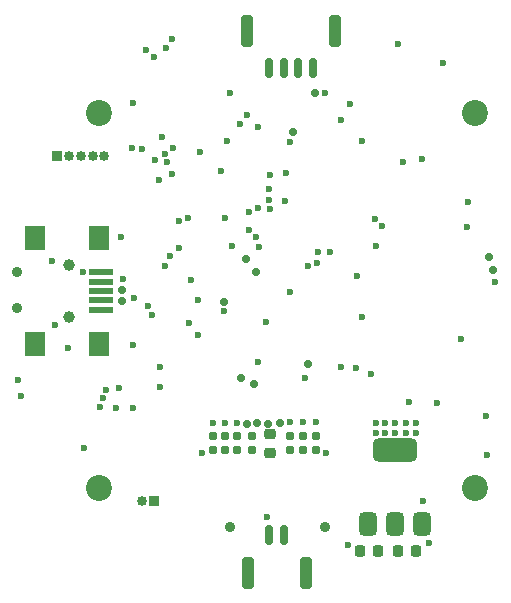
<source format=gbs>
G04 #@! TF.GenerationSoftware,KiCad,Pcbnew,8.0.1*
G04 #@! TF.CreationDate,2024-05-30T23:43:01+05:00*
G04 #@! TF.ProjectId,6_layer_MCU,365f6c61-7965-4725-9f4d-43552e6b6963,rev?*
G04 #@! TF.SameCoordinates,Original*
G04 #@! TF.FileFunction,Soldermask,Bot*
G04 #@! TF.FilePolarity,Negative*
%FSLAX46Y46*%
G04 Gerber Fmt 4.6, Leading zero omitted, Abs format (unit mm)*
G04 Created by KiCad (PCBNEW 8.0.1) date 2024-05-30 23:43:01*
%MOMM*%
%LPD*%
G01*
G04 APERTURE LIST*
G04 Aperture macros list*
%AMRoundRect*
0 Rectangle with rounded corners*
0 $1 Rounding radius*
0 $2 $3 $4 $5 $6 $7 $8 $9 X,Y pos of 4 corners*
0 Add a 4 corners polygon primitive as box body*
4,1,4,$2,$3,$4,$5,$6,$7,$8,$9,$2,$3,0*
0 Add four circle primitives for the rounded corners*
1,1,$1+$1,$2,$3*
1,1,$1+$1,$4,$5*
1,1,$1+$1,$6,$7*
1,1,$1+$1,$8,$9*
0 Add four rect primitives between the rounded corners*
20,1,$1+$1,$2,$3,$4,$5,0*
20,1,$1+$1,$4,$5,$6,$7,0*
20,1,$1+$1,$6,$7,$8,$9,0*
20,1,$1+$1,$8,$9,$2,$3,0*%
G04 Aperture macros list end*
%ADD10R,0.850000X0.850000*%
%ADD11O,0.850000X0.850000*%
%ADD12C,2.200000*%
%ADD13C,0.900000*%
%ADD14RoundRect,0.150000X0.150000X0.700000X-0.150000X0.700000X-0.150000X-0.700000X0.150000X-0.700000X0*%
%ADD15RoundRect,0.250000X0.250000X1.100000X-0.250000X1.100000X-0.250000X-1.100000X0.250000X-1.100000X0*%
%ADD16RoundRect,0.160000X-0.160000X0.197500X-0.160000X-0.197500X0.160000X-0.197500X0.160000X0.197500X0*%
%ADD17RoundRect,0.375000X0.375000X-0.625000X0.375000X0.625000X-0.375000X0.625000X-0.375000X-0.625000X0*%
%ADD18RoundRect,0.500000X1.400000X-0.500000X1.400000X0.500000X-1.400000X0.500000X-1.400000X-0.500000X0*%
%ADD19RoundRect,0.225000X0.225000X0.250000X-0.225000X0.250000X-0.225000X-0.250000X0.225000X-0.250000X0*%
%ADD20RoundRect,0.150000X-0.150000X-0.700000X0.150000X-0.700000X0.150000X0.700000X-0.150000X0.700000X0*%
%ADD21RoundRect,0.250000X-0.250000X-1.100000X0.250000X-1.100000X0.250000X1.100000X-0.250000X1.100000X0*%
%ADD22RoundRect,0.225000X-0.225000X-0.250000X0.225000X-0.250000X0.225000X0.250000X-0.225000X0.250000X0*%
%ADD23RoundRect,0.225000X0.250000X-0.225000X0.250000X0.225000X-0.250000X0.225000X-0.250000X-0.225000X0*%
%ADD24C,1.000000*%
%ADD25R,2.000000X0.500000*%
%ADD26R,1.700000X2.000000*%
%ADD27C,0.600000*%
%ADD28C,0.700000*%
G04 APERTURE END LIST*
D10*
X133500000Y-89300000D03*
D11*
X134500000Y-89300000D03*
X135500001Y-89300000D03*
X136500000Y-89300000D03*
X137500000Y-89300000D03*
D12*
X168843488Y-117413150D03*
X137023683Y-85593345D03*
D13*
X130145000Y-99100000D03*
X130145000Y-102100000D03*
X148170000Y-120700000D03*
X156170000Y-120700000D03*
D10*
X141700000Y-118500000D03*
D11*
X140700000Y-118500000D03*
D12*
X168843488Y-85593345D03*
X137023683Y-117413150D03*
D14*
X152725000Y-121350000D03*
X151475000Y-121350000D03*
D15*
X154575000Y-124550000D03*
X149625000Y-124550000D03*
D16*
X147700000Y-113002500D03*
X147700000Y-114197500D03*
D17*
X164400000Y-120429999D03*
X162100000Y-120429998D03*
D18*
X162100000Y-114130000D03*
D17*
X159800000Y-120429999D03*
D16*
X148700000Y-113002500D03*
X148700000Y-114197500D03*
X150000000Y-113002500D03*
X150000000Y-114197500D03*
X155400000Y-113002500D03*
X155400000Y-114197500D03*
D19*
X163875001Y-122679999D03*
X162325001Y-122679999D03*
D16*
X154300000Y-113002500D03*
X154300000Y-114197500D03*
D20*
X151425000Y-81850000D03*
X152675000Y-81850000D03*
X153925000Y-81850000D03*
X155175000Y-81850000D03*
D21*
X149575000Y-78650000D03*
X157025000Y-78650000D03*
D22*
X159125000Y-122680000D03*
X160675000Y-122680000D03*
D16*
X146700000Y-113002500D03*
X146700000Y-114197500D03*
D23*
X151500000Y-114375000D03*
X151500000Y-112825000D03*
D16*
X153200000Y-113002500D03*
X153200000Y-114197500D03*
D24*
X134475001Y-102900000D03*
X134475001Y-98500000D03*
D25*
X137175001Y-102300000D03*
X137175001Y-101500000D03*
X137175001Y-100700000D03*
X137175001Y-99900000D03*
X137175001Y-99100000D03*
D26*
X131625001Y-105150000D03*
X137075001Y-105150000D03*
X131625001Y-96250000D03*
X137075001Y-96250000D03*
D27*
X170600000Y-99900000D03*
X147600000Y-102400000D03*
X141200000Y-102000000D03*
X139100000Y-99700000D03*
X142600000Y-89100000D03*
X142100000Y-91300000D03*
X141800000Y-89621750D03*
X140700000Y-88700000D03*
X143200000Y-79400000D03*
X141000000Y-80300000D03*
X153200000Y-88100000D03*
X156200000Y-83900000D03*
X152800000Y-93100000D03*
X155600000Y-97400000D03*
X154500000Y-108100000D03*
X168300000Y-93200000D03*
X135800000Y-114000000D03*
X138700000Y-108900000D03*
X168200000Y-95300000D03*
X139900000Y-110600000D03*
X147400000Y-90500000D03*
X150500000Y-86800000D03*
X142600000Y-98600000D03*
X163300000Y-110100000D03*
D28*
X150200000Y-108600000D03*
D27*
X134400000Y-105500000D03*
X150500000Y-106700000D03*
D28*
X151385737Y-111942896D03*
D27*
X162800000Y-89800000D03*
X133300000Y-103600000D03*
X164500000Y-118500000D03*
X142400000Y-87700000D03*
X159286708Y-88000000D03*
X130200000Y-108200000D03*
X158900000Y-99413292D03*
X165000000Y-122000000D03*
X148100000Y-83900000D03*
X158308885Y-84908885D03*
X138900000Y-96102944D03*
X164400000Y-89500000D03*
X135700000Y-99100000D03*
X158800000Y-107200000D03*
X137400000Y-109800000D03*
X161000000Y-95200000D03*
X151300000Y-119800000D03*
X162385786Y-79802944D03*
X143800000Y-97100000D03*
X158100000Y-122235844D03*
X139900000Y-105300000D03*
X140000000Y-101300000D03*
X143800000Y-94800000D03*
X165700000Y-110199999D03*
X169902500Y-114600000D03*
X160100000Y-107700000D03*
X143300000Y-88600000D03*
X151500219Y-93793700D03*
X157500000Y-107100000D03*
X160500000Y-111900000D03*
X166204163Y-81358579D03*
X162100000Y-111900000D03*
X160500000Y-111900000D03*
X163900000Y-111900000D03*
X160500000Y-112700000D03*
X160400000Y-94600000D03*
D28*
X152356561Y-111905430D03*
D27*
X137600000Y-109100000D03*
X160500000Y-112700000D03*
X161300000Y-112700000D03*
X163000000Y-111900000D03*
X160500000Y-96900000D03*
X139900000Y-84800000D03*
X161300000Y-111900000D03*
X151200000Y-103300000D03*
X130400000Y-109600000D03*
X162100000Y-112700000D03*
X163900000Y-112700000D03*
X161300000Y-112700000D03*
X163900000Y-111900000D03*
X156300000Y-114400000D03*
X147900000Y-88000000D03*
X162100000Y-112700000D03*
X163000000Y-111900000D03*
X162100000Y-111900000D03*
X144600000Y-94500000D03*
X133100000Y-98200000D03*
X169802500Y-111300000D03*
X149600000Y-85800000D03*
X161300000Y-111900000D03*
X145800000Y-114400000D03*
X157500000Y-86200000D03*
X163900000Y-112700000D03*
X138500000Y-110600000D03*
X137100000Y-110500000D03*
X163000000Y-112700000D03*
X163000000Y-112700000D03*
D28*
X139000000Y-101525003D03*
X139000000Y-100625000D03*
D27*
X154700000Y-98600000D03*
D28*
X170400000Y-98900000D03*
X147600000Y-101600000D03*
D27*
X159300000Y-102900000D03*
D28*
X170100000Y-97800000D03*
X154741750Y-106900000D03*
X150300000Y-99100000D03*
X155300000Y-83900000D03*
X153500000Y-87200000D03*
X149479364Y-98020636D03*
D27*
X153213342Y-100786658D03*
X143242228Y-90815544D03*
X142800000Y-89800000D03*
X150477531Y-93713070D03*
X146700000Y-111900000D03*
X153200000Y-111800000D03*
D28*
X150443841Y-111894842D03*
D27*
X147700000Y-111900000D03*
D28*
X149100000Y-108100000D03*
X149550003Y-112000000D03*
D27*
X148700000Y-111900000D03*
X155400000Y-111800000D03*
X154300000Y-111800000D03*
X152900000Y-90700000D03*
X167700000Y-104800000D03*
X150337365Y-96162635D03*
X156600000Y-97400000D03*
X148300000Y-96900000D03*
X147722227Y-94477773D03*
X148950899Y-86586921D03*
X139800000Y-88600000D03*
X155500000Y-98300000D03*
X143057000Y-97761929D03*
X144700000Y-103400000D03*
X149716218Y-95541489D03*
X149723271Y-93979707D03*
X145400000Y-101500000D03*
X142200000Y-107100000D03*
X142232885Y-108832885D03*
X145600000Y-88900000D03*
X151500000Y-90900000D03*
X151459620Y-92040380D03*
X141700000Y-80900000D03*
X150625661Y-96955099D03*
X145400000Y-104400000D03*
X144800000Y-99800000D03*
X141500000Y-102700000D03*
X151400000Y-93000000D03*
X142700000Y-80100000D03*
M02*

</source>
